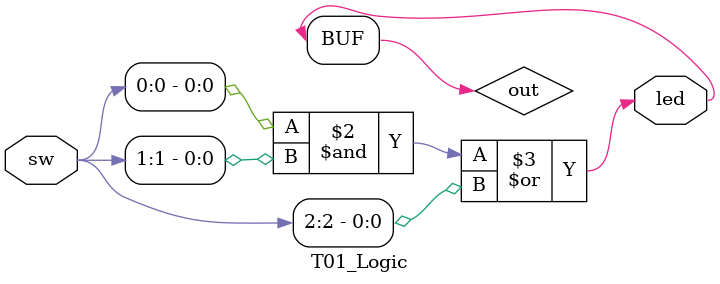
<source format=v>
`timescale 1ns / 1ps

module T01_Logic(
    output [0:0] led,
    input [2:0] sw
);

reg out = 1'b0;

always @(*) out = (sw[0]&sw[1])|sw[2];

assign led[0] = out;

endmodule

</source>
